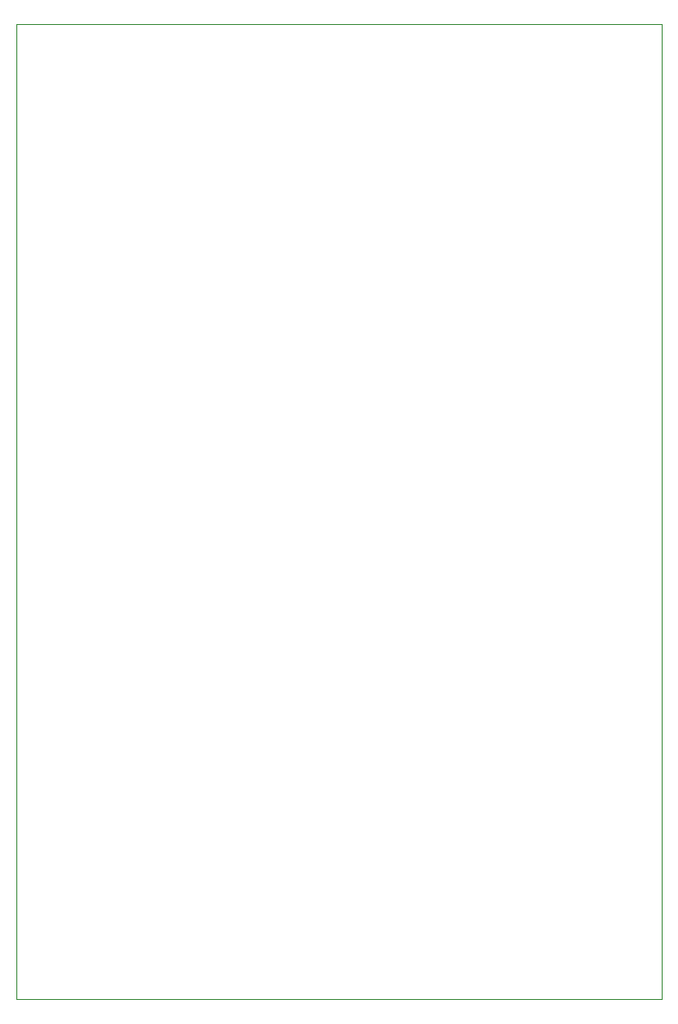
<source format=gm1>
G04 #@! TF.GenerationSoftware,KiCad,Pcbnew,(5.1.5)-3*
G04 #@! TF.CreationDate,2020-07-21T16:33:31-04:00*
G04 #@! TF.ProjectId,full_project,66756c6c-5f70-4726-9f6a-6563742e6b69,rev?*
G04 #@! TF.SameCoordinates,Original*
G04 #@! TF.FileFunction,Profile,NP*
%FSLAX46Y46*%
G04 Gerber Fmt 4.6, Leading zero omitted, Abs format (unit mm)*
G04 Created by KiCad (PCBNEW (5.1.5)-3) date 2020-07-21 16:33:31*
%MOMM*%
%LPD*%
G04 APERTURE LIST*
%ADD10C,0.050000*%
G04 APERTURE END LIST*
D10*
X179324000Y-46736000D02*
X122428000Y-46736000D01*
X179324000Y-132588000D02*
X179324000Y-46736000D01*
X122428000Y-132588000D02*
X179324000Y-132588000D01*
X122428000Y-46736000D02*
X122428000Y-132588000D01*
M02*

</source>
